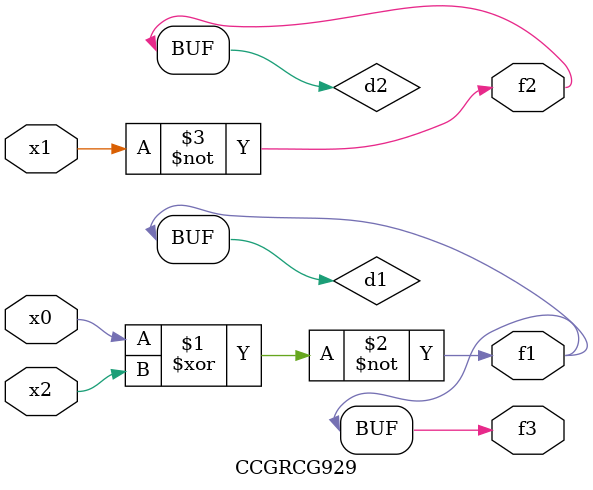
<source format=v>
module CCGRCG929(
	input x0, x1, x2,
	output f1, f2, f3
);

	wire d1, d2, d3;

	xnor (d1, x0, x2);
	nand (d2, x1);
	nor (d3, x1, x2);
	assign f1 = d1;
	assign f2 = d2;
	assign f3 = d1;
endmodule

</source>
